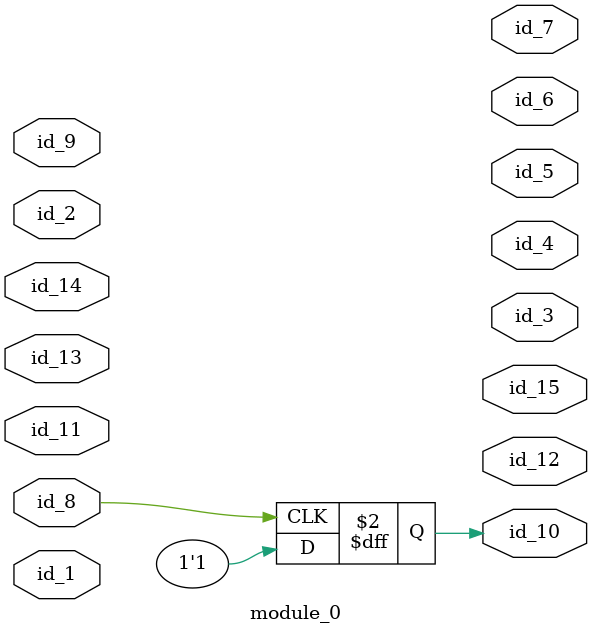
<source format=v>
`timescale 1 ps / 1 ps
module module_0 (
    id_1,
    id_2,
    id_3,
    id_4,
    id_5,
    id_6,
    id_7,
    id_8,
    id_9,
    id_10,
    id_11,
    id_12,
    id_13,
    id_14,
    id_15
);
  output id_15;
  inout id_14;
  inout id_13;
  output id_12;
  input id_11;
  output id_10;
  inout id_9;
  inout id_8;
  output id_7;
  output id_6;
  output id_5;
  output id_4;
  output id_3;
  inout id_2;
  input id_1;
  always @(posedge id_8) begin
    id_10 <= 1;
  end
endmodule

</source>
